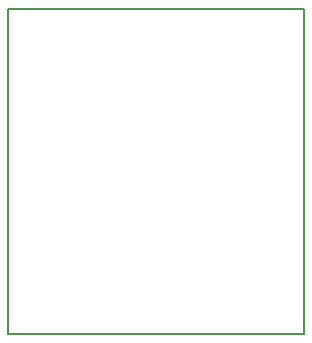
<source format=gbr>
%TF.GenerationSoftware,KiCad,Pcbnew,(5.1.9)-1*%
%TF.CreationDate,2021-06-07T11:13:51+02:00*%
%TF.ProjectId,esp32PicoD4,65737033-3250-4696-936f-44342e6b6963,rev?*%
%TF.SameCoordinates,Original*%
%TF.FileFunction,Profile,NP*%
%FSLAX46Y46*%
G04 Gerber Fmt 4.6, Leading zero omitted, Abs format (unit mm)*
G04 Created by KiCad (PCBNEW (5.1.9)-1) date 2021-06-07 11:13:51*
%MOMM*%
%LPD*%
G01*
G04 APERTURE LIST*
%TA.AperFunction,Profile*%
%ADD10C,0.150000*%
%TD*%
G04 APERTURE END LIST*
D10*
X185000000Y-103800000D02*
X185000000Y-76300000D01*
X185000000Y-103800000D02*
X210000000Y-103800000D01*
X210000000Y-76300000D02*
X210000000Y-103800000D01*
X185000000Y-76300000D02*
X210000000Y-76300000D01*
M02*

</source>
